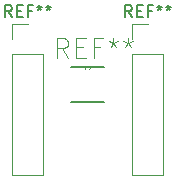
<source format=gbr>
G04 #@! TF.GenerationSoftware,KiCad,Pcbnew,(5.1.5-0-10_14)*
G04 #@! TF.CreationDate,2020-05-09T22:59:04-06:00*
G04 #@! TF.ProjectId,HVSSOP-8,48565353-4f50-42d3-982e-6b696361645f,rev?*
G04 #@! TF.SameCoordinates,Original*
G04 #@! TF.FileFunction,Legend,Top*
G04 #@! TF.FilePolarity,Positive*
%FSLAX46Y46*%
G04 Gerber Fmt 4.6, Leading zero omitted, Abs format (unit mm)*
G04 Created by KiCad (PCBNEW (5.1.5-0-10_14)) date 2020-05-09 22:59:04*
%MOMM*%
%LPD*%
G04 APERTURE LIST*
%ADD10C,0.120000*%
%ADD11C,0.100000*%
%ADD12C,0.152400*%
%ADD13C,0.150000*%
%ADD14C,0.015000*%
G04 APERTURE END LIST*
D10*
X158182000Y-87316000D02*
X159512000Y-87316000D01*
X158182000Y-88646000D02*
X158182000Y-87316000D01*
X158182000Y-89916000D02*
X160842000Y-89916000D01*
X160842000Y-89916000D02*
X160842000Y-100136000D01*
X158182000Y-89916000D02*
X158182000Y-100136000D01*
X158182000Y-100136000D02*
X160842000Y-100136000D01*
X148022000Y-87316000D02*
X149352000Y-87316000D01*
X148022000Y-88646000D02*
X148022000Y-87316000D01*
X148022000Y-89916000D02*
X150682000Y-89916000D01*
X150682000Y-89916000D02*
X150682000Y-100136000D01*
X148022000Y-89916000D02*
X148022000Y-100136000D01*
X148022000Y-100136000D02*
X150682000Y-100136000D01*
D11*
X154254200Y-91186001D02*
G75*
G02X154127200Y-90957400I170850J244495D01*
G01*
X154736799Y-90957400D02*
G75*
G02X154609800Y-91186000I-297849J15894D01*
G01*
D12*
X154127200Y-90957400D02*
X153060400Y-90957400D01*
X154736800Y-90957400D02*
X154127200Y-90957400D01*
X155803600Y-90957400D02*
X154736800Y-90957400D01*
X153060400Y-93954600D02*
X155803600Y-93954600D01*
D13*
X158178666Y-86768380D02*
X157845333Y-86292190D01*
X157607238Y-86768380D02*
X157607238Y-85768380D01*
X157988190Y-85768380D01*
X158083428Y-85816000D01*
X158131047Y-85863619D01*
X158178666Y-85958857D01*
X158178666Y-86101714D01*
X158131047Y-86196952D01*
X158083428Y-86244571D01*
X157988190Y-86292190D01*
X157607238Y-86292190D01*
X158607238Y-86244571D02*
X158940571Y-86244571D01*
X159083428Y-86768380D02*
X158607238Y-86768380D01*
X158607238Y-85768380D01*
X159083428Y-85768380D01*
X159845333Y-86244571D02*
X159512000Y-86244571D01*
X159512000Y-86768380D02*
X159512000Y-85768380D01*
X159988190Y-85768380D01*
X160512000Y-85768380D02*
X160512000Y-86006476D01*
X160273904Y-85911238D02*
X160512000Y-86006476D01*
X160750095Y-85911238D01*
X160369142Y-86196952D02*
X160512000Y-86006476D01*
X160654857Y-86196952D01*
X161273904Y-85768380D02*
X161273904Y-86006476D01*
X161035809Y-85911238D02*
X161273904Y-86006476D01*
X161512000Y-85911238D01*
X161131047Y-86196952D02*
X161273904Y-86006476D01*
X161416761Y-86196952D01*
X148018666Y-86768380D02*
X147685333Y-86292190D01*
X147447238Y-86768380D02*
X147447238Y-85768380D01*
X147828190Y-85768380D01*
X147923428Y-85816000D01*
X147971047Y-85863619D01*
X148018666Y-85958857D01*
X148018666Y-86101714D01*
X147971047Y-86196952D01*
X147923428Y-86244571D01*
X147828190Y-86292190D01*
X147447238Y-86292190D01*
X148447238Y-86244571D02*
X148780571Y-86244571D01*
X148923428Y-86768380D02*
X148447238Y-86768380D01*
X148447238Y-85768380D01*
X148923428Y-85768380D01*
X149685333Y-86244571D02*
X149352000Y-86244571D01*
X149352000Y-86768380D02*
X149352000Y-85768380D01*
X149828190Y-85768380D01*
X150352000Y-85768380D02*
X150352000Y-86006476D01*
X150113904Y-85911238D02*
X150352000Y-86006476D01*
X150590095Y-85911238D01*
X150209142Y-86196952D02*
X150352000Y-86006476D01*
X150494857Y-86196952D01*
X151113904Y-85768380D02*
X151113904Y-86006476D01*
X150875809Y-85911238D02*
X151113904Y-86006476D01*
X151352000Y-85911238D01*
X150971047Y-86196952D02*
X151113904Y-86006476D01*
X151256761Y-86196952D01*
D14*
X152777031Y-90198375D02*
X152229800Y-89416617D01*
X151838920Y-90198375D02*
X151838920Y-88556682D01*
X152464327Y-88556682D01*
X152620679Y-88634858D01*
X152698855Y-88713034D01*
X152777031Y-88869386D01*
X152777031Y-89103913D01*
X152698855Y-89260265D01*
X152620679Y-89338441D01*
X152464327Y-89416617D01*
X151838920Y-89416617D01*
X153480613Y-89338441D02*
X154027844Y-89338441D01*
X154262372Y-90198375D02*
X153480613Y-90198375D01*
X153480613Y-88556682D01*
X154262372Y-88556682D01*
X155513186Y-89338441D02*
X154965955Y-89338441D01*
X154965955Y-90198375D02*
X154965955Y-88556682D01*
X155747713Y-88556682D01*
X156607648Y-88556682D02*
X156607648Y-88947561D01*
X156216768Y-88791210D02*
X156607648Y-88947561D01*
X156998527Y-88791210D01*
X156373120Y-89260265D02*
X156607648Y-88947561D01*
X156842175Y-89260265D01*
X157858461Y-88556682D02*
X157858461Y-88947561D01*
X157467582Y-88791210D02*
X157858461Y-88947561D01*
X158249341Y-88791210D01*
X157623934Y-89260265D02*
X157858461Y-88947561D01*
X158092989Y-89260265D01*
M02*

</source>
